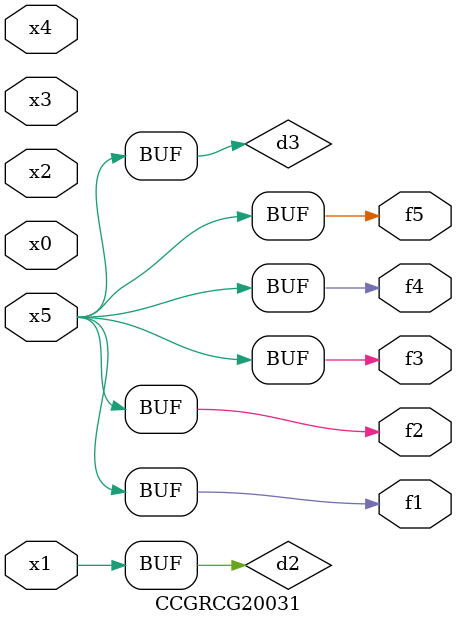
<source format=v>
module CCGRCG20031(
	input x0, x1, x2, x3, x4, x5,
	output f1, f2, f3, f4, f5
);

	wire d1, d2, d3;

	not (d1, x5);
	or (d2, x1);
	xnor (d3, d1);
	assign f1 = d3;
	assign f2 = d3;
	assign f3 = d3;
	assign f4 = d3;
	assign f5 = d3;
endmodule

</source>
